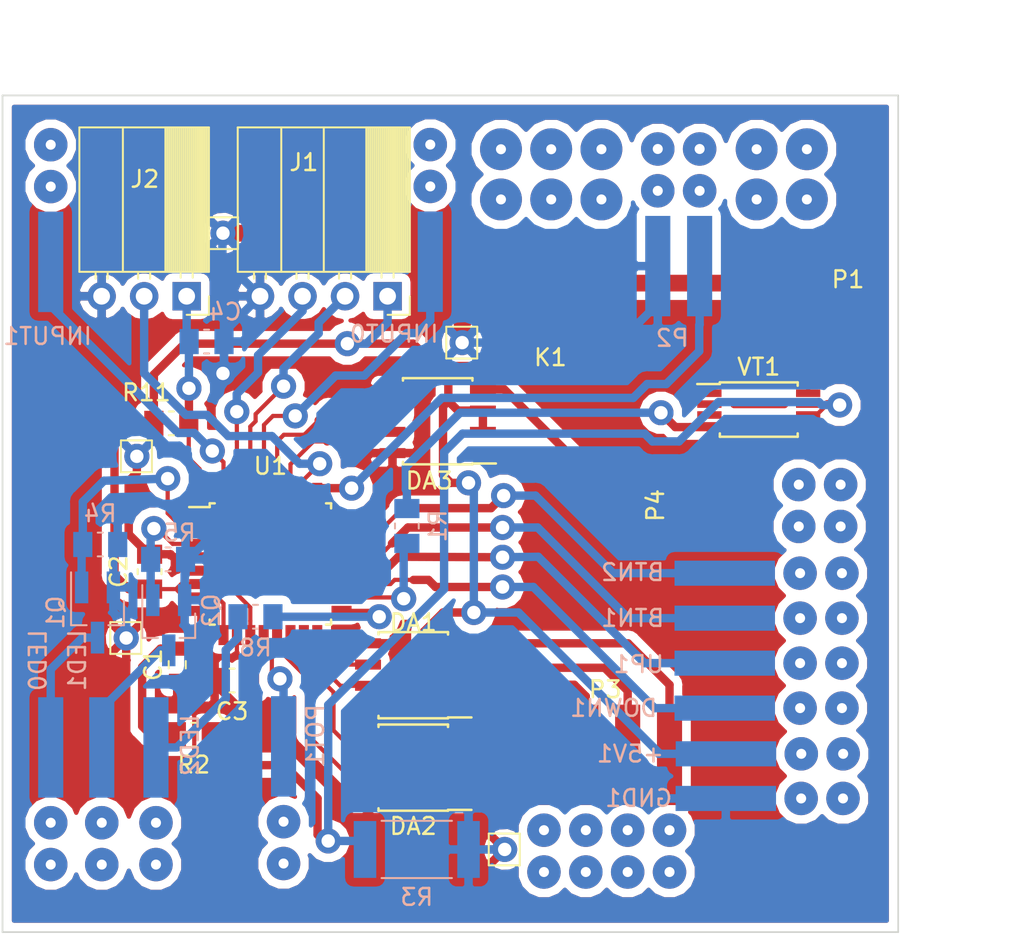
<source format=kicad_pcb>
(kicad_pcb (version 20171130) (host pcbnew 6.0.0-rc1-unknown)
  (layers (0 F.Cu signal) (31 B.Cu signal) (34 B.Paste user) (35 F.Paste user) (36 B.SilkS user) (37 F.SilkS user) (38 B.Mask user) (39 F.Mask user) (44 Edge.Cuts user))
  (net 0 "")
  (net 1 +12V)
  (net 2 +5V)
  (net 3 /PB0)
  (net 4 /PB1)
  (net 5 /PB2)
  (net 6 /PB3)
  (net 7 /PB4)
  (net 8 /PC3)
  (net 9 /PC4)
  (net 10 /PC5)
  (net 11 /PD2)
  (net 12 /PD3)
  (net 13 GND)
  (net 14 /PF4)
  (net 15 /PB5)
  (net 16 /NRST)
  (net 17 "Net-(DA1-Pad4)")
  (net 18 "Net-(DA1-Pad1)")
  (net 19 "Net-(DA2-Pad1)")
  (net 20 "Net-(DA2-Pad4)")
  (net 21 "Net-(DA3-Pad1)")
  (net 22 "Net-(DA3-Pad4)")
  (net 23 /PD5)
  (net 24 /PD6)
  (net 25 /SWIM/PD1)
  (net 26 "Net-(LED0-Pad1)")
  (net 27 "Net-(LED1-Pad1)")
  (net 28 "Net-(LED2-Pad1)")
  (net 29 "Net-(P1-Pad2)")
  (net 30 /OSC1IN)
  (net 31 /OSC2IN)
  (net 32 /PC1)
  (net 33 "Net-(R1-Pad2)")
  (net 34 "Net-(R2-Pad2)")
  (net 35 /PC2)
  (net 36 /PD4)
  (net 37 /PE5)
  (net 38 /PD0)
  (net 39 /PD7)
  (module Connector_Pin:Pin_d0.7mm_L6.5mm_W1.8mm_FlatFork (layer F.Cu) (at 187.3885 90.424)
    (fp_text reference REF** hide)
    (fp_text value Pin_d0.7mm_L6.5mm_W1.8mm_FlatFork)
    (pad 1 thru_hole circle (at 0 0) (size 1.4 1.4) (drill 0.7) (layers *.Cu *.Mask) (net 13 GND))
  )
  (module Connector_Pin:Pin_d0.7mm_L6.5mm_W1.8mm_FlatFork (layer F.Cu) (at 188.0235 79.5655)
    (fp_text reference REF** hide)
    (fp_text value Pin_d0.7mm_L6.5mm_W1.8mm_FlatFork)
    (pad 1 thru_hole circle (at 0 0) (size 1.4 1.4) (drill 0.7) (layers *.Cu *.Mask) (net 13 GND))
  )
  (module Connector_Pin:Pin_d0.7mm_L6.5mm_W1.8mm_FlatFork (layer F.Cu) (at 207.4545 72.771)
    (fp_text reference REF** hide)
    (fp_text value Pin_d0.7mm_L6.5mm_W1.8mm_FlatFork)
    (pad 1 thru_hole circle (at 0 0) (size 1.4 1.4) (drill 0.7) (layers *.Cu *.Mask) (net 13 GND))
  )
  (module Connector_Pin:Pin_d0.7mm_L6.5mm_W1.8mm_FlatFork (layer F.Cu) (at 209.9945 103.0605)
    (fp_text reference REF** hide)
    (fp_text value Pin_d0.7mm_L6.5mm_W1.8mm_FlatFork)
    (pad 1 thru_hole circle (at 0 0) (size 1.4 1.4) (drill 0.7) (layers *.Cu *.Mask) (net 13 GND))
  )
  (module Connector_Pin:Pin_d0.7mm_L6.5mm_W1.8mm_FlatFork (layer F.Cu) (at 193.167 66.2305)
    (fp_text reference REF** hide)
    (fp_text value Pin_d0.7mm_L6.5mm_W1.8mm_FlatFork)
    (pad 1 thru_hole circle (at 0 0) (size 1.4 1.4) (drill 0.7) (layers *.Cu *.Mask) (net 13 GND))
  )
  (module modules:1PIN (layer B.Cu) (at 223.211 97.3455 90)
    (fp_text reference +5V1 (at 0 -5.711 180) (layer B.SilkS) (effects (justify mirror)))
    (fp_text value CONN_1)
    (pad "" np_thru_hole circle (at 0 4.5 90) (size 2 2) (drill 0.6) (layers *.Cu *.Mask))
    (pad 1 connect rect (at 0 0 90) (size 1.5 6) (layers B.Cu B.Mask) (net 2 +5V))
    (pad "" np_thru_hole circle (at 0 7 90) (size 2 2) (drill 0.6) (layers *.Cu *.Mask))
  )
  (module modules:1PIN (layer B.Cu) (at 223.139 89.238666 90)
    (fp_text reference BTN1 (at 0 -5.5 180) (layer B.SilkS) (effects (justify mirror)))
    (fp_text value CONN_1)
    (pad "" np_thru_hole circle (at 0 4.5 90) (size 2 2) (drill 0.6) (layers *.Cu *.Mask))
    (pad 1 connect rect (at 0 0 90) (size 1.5 6) (layers B.Cu B.Mask) (net 9 /PC4))
    (pad "" np_thru_hole circle (at 0 7 90) (size 2 2) (drill 0.6) (layers *.Cu *.Mask))
  )
  (module modules:1PIN (layer B.Cu) (at 223.139 86.5505 90)
    (fp_text reference BTN2 (at 0.0505 -5.5 180) (layer B.SilkS) (effects (justify mirror)))
    (fp_text value CONN_1)
    (pad "" np_thru_hole circle (at 0 4.5 90) (size 2 2) (drill 0.6) (layers *.Cu *.Mask))
    (pad 1 connect rect (at 0 0 90) (size 1.5 6) (layers B.Cu B.Mask) (net 10 /PC5))
    (pad "" np_thru_hole circle (at 0 7 90) (size 2 2) (drill 0.6) (layers *.Cu *.Mask))
  )
  (module Capacitor_SMD:C_0603_1608Metric_Pad0.84x1.00mm_HandSolder (layer F.Cu) (at 190.4365 92.0215 270)
    (fp_text reference C1 (at 0 1.4365 270) (layer F.SilkS))
    (fp_text value 0.1u)
    (pad 2 smd rect (at 0.9625 0 270) (size 0.845 1) (layers F.Cu F.Paste F.Mask) (net 13 GND))
    (pad 1 smd rect (at -0.9625 0 270) (size 0.845 1) (layers F.Cu F.Paste F.Mask) (net 14 /PF4))
  )
  (module Capacitor_SMD:C_0805_2012Metric_Pad1.15x1.50mm_HandSolder (layer F.Cu) (at 188.7855 86.4605 90)
    (fp_text reference C2 (at 0 -1.85 90) (layer F.SilkS))
    (fp_text value 0.1u)
    (pad 2 smd rect (at 1.0425 0 90) (size 1.145 1.5) (layers F.Cu F.Paste F.Mask) (net 13 GND))
    (pad 1 smd rect (at -1.0425 0 90) (size 1.145 1.5) (layers F.Cu F.Paste F.Mask) (net 2 +5V))
  )
  (module Capacitor_SMD:C_0805_2012Metric_Pad1.15x1.50mm_HandSolder (layer F.Cu) (at 193.712 92.964 180)
    (fp_text reference C3 (at 0 -1.85 180) (layer F.SilkS))
    (fp_text value 1u)
    (pad 2 smd rect (at 1.0425 0 180) (size 1.145 1.5) (layers F.Cu F.Paste F.Mask) (net 13 GND))
    (pad 1 smd rect (at -1.0425 0 180) (size 1.145 1.5) (layers F.Cu F.Paste F.Mask) (net 15 /PB5))
  )
  (module Capacitor_SMD:C_0805_2012Metric_Pad1.15x1.50mm_HandSolder (layer B.Cu) (at 192.188 72.7075)
    (fp_text reference C4 (at 1.106 -1.778) (layer B.SilkS) (effects (justify mirror)))
    (fp_text value 0.1u)
    (pad 2 smd rect (at 1.0425 0) (size 1.145 1.5) (layers B.Cu B.Paste B.Mask) (net 13 GND))
    (pad 1 smd rect (at -1.0425 0) (size 1.145 1.5) (layers B.Cu B.Paste B.Mask) (net 16 /NRST))
  )
  (module Package_SOIC:SOIC-8_3.9x4.9mm_P1.27mm (layer F.Cu) (at 204.5335 92.6465 180)
    (fp_text reference DA1 (at 0 3.1465 180) (layer F.SilkS))
    (fp_text value L9110)
    (pad 8 smd rect (at 2.7 -1.905 180) (size 1.55 0.6) (layers F.Cu F.Paste F.Mask) (net 13 GND))
    (pad 7 smd rect (at 2.7 -0.635 180) (size 1.55 0.6) (layers F.Cu F.Paste F.Mask) (net 4 /PB1))
    (pad 6 smd rect (at 2.7 0.635 180) (size 1.55 0.6) (layers F.Cu F.Paste F.Mask) (net 3 /PB0))
    (pad 5 smd rect (at 2.7 1.905 180) (size 1.55 0.6) (layers F.Cu F.Paste F.Mask) (net 13 GND))
    (pad 4 smd rect (at -2.7 1.905 180) (size 1.55 0.6) (layers F.Cu F.Paste F.Mask) (net 17 "Net-(DA1-Pad4)"))
    (pad 3 smd rect (at -2.7 0.635 180) (size 1.55 0.6) (layers F.Cu F.Paste F.Mask) (net 2 +5V))
    (pad 2 smd rect (at -2.7 -0.635 180) (size 1.55 0.6) (layers F.Cu F.Paste F.Mask) (net 2 +5V))
    (pad 1 smd rect (at -2.7 -1.905 180) (size 1.55 0.6) (layers F.Cu F.Paste F.Mask) (net 18 "Net-(DA1-Pad1)"))
  )
  (module Package_SOIC:SOIC-8_3.9x4.9mm_P1.27mm (layer F.Cu) (at 204.5335 98.171 180)
    (fp_text reference DA2 (at 0 -3.5 180) (layer F.SilkS))
    (fp_text value L9110)
    (pad 8 smd rect (at 2.7 -1.905 180) (size 1.55 0.6) (layers F.Cu F.Paste F.Mask) (net 13 GND))
    (pad 7 smd rect (at 2.7 -0.635 180) (size 1.55 0.6) (layers F.Cu F.Paste F.Mask) (net 6 /PB3))
    (pad 6 smd rect (at 2.7 0.635 180) (size 1.55 0.6) (layers F.Cu F.Paste F.Mask) (net 5 /PB2))
    (pad 5 smd rect (at 2.7 1.905 180) (size 1.55 0.6) (layers F.Cu F.Paste F.Mask) (net 13 GND))
    (pad 4 smd rect (at -2.7 1.905 180) (size 1.55 0.6) (layers F.Cu F.Paste F.Mask) (net 20 "Net-(DA2-Pad4)"))
    (pad 3 smd rect (at -2.7 0.635 180) (size 1.55 0.6) (layers F.Cu F.Paste F.Mask) (net 2 +5V))
    (pad 2 smd rect (at -2.7 -0.635 180) (size 1.55 0.6) (layers F.Cu F.Paste F.Mask) (net 2 +5V))
    (pad 1 smd rect (at -2.7 -1.905 180) (size 1.55 0.6) (layers F.Cu F.Paste F.Mask) (net 19 "Net-(DA2-Pad1)"))
  )
  (module Package_SOIC:SOIC-8_3.9x4.9mm_P1.27mm (layer F.Cu) (at 205.994 77.47 180)
    (fp_text reference DA3 (at 0.508 -3.556 180) (layer F.SilkS))
    (fp_text value L9110)
    (pad 8 smd rect (at 2.7 -1.905 180) (size 1.55 0.6) (layers F.Cu F.Paste F.Mask) (net 13 GND))
    (pad 7 smd rect (at 2.7 -0.635 180) (size 1.55 0.6) (layers F.Cu F.Paste F.Mask) (net 11 /PD2))
    (pad 6 smd rect (at 2.7 0.635 180) (size 1.55 0.6) (layers F.Cu F.Paste F.Mask) (net 12 /PD3))
    (pad 5 smd rect (at 2.7 1.905 180) (size 1.55 0.6) (layers F.Cu F.Paste F.Mask) (net 13 GND))
    (pad 4 smd rect (at -2.7 1.905 180) (size 1.55 0.6) (layers F.Cu F.Paste F.Mask) (net 22 "Net-(DA3-Pad4)"))
    (pad 3 smd rect (at -2.7 0.635 180) (size 1.55 0.6) (layers F.Cu F.Paste F.Mask) (net 2 +5V))
    (pad 2 smd rect (at -2.7 -0.635 180) (size 1.55 0.6) (layers F.Cu F.Paste F.Mask) (net 2 +5V))
    (pad 1 smd rect (at -2.7 -1.905 180) (size 1.55 0.6) (layers F.Cu F.Paste F.Mask) (net 21 "Net-(DA3-Pad1)"))
  )
  (module modules:1PIN (layer B.Cu) (at 223.139 94.615 90)
    (fp_text reference DOWN1 (at 0 -6.639 180) (layer B.SilkS) (effects (justify mirror)))
    (fp_text value CONN_1)
    (pad "" np_thru_hole circle (at 0 4.5 90) (size 2 2) (drill 0.6) (layers *.Cu *.Mask))
    (pad 1 connect rect (at 0 0 90) (size 1.5 6) (layers B.Cu B.Mask) (net 35 /PC2))
    (pad "" np_thru_hole circle (at 0 7 90) (size 2 2) (drill 0.6) (layers *.Cu *.Mask))
  )
  (module modules:1PIN (layer B.Cu) (at 223.2025 100.0125 90)
    (fp_text reference GND1 (at 0.0125 -5.2025 180) (layer B.SilkS) (effects (justify mirror)))
    (fp_text value CONN_1)
    (pad "" np_thru_hole circle (at 0 4.5 90) (size 2 2) (drill 0.6) (layers *.Cu *.Mask))
    (pad 1 connect rect (at 0 0 90) (size 1.5 6) (layers B.Cu B.Mask) (net 13 GND))
    (pad "" np_thru_hole circle (at 0 7 90) (size 2 2) (drill 0.6) (layers *.Cu *.Mask))
  )
  (module Connector_PinSocket_2.54mm:PinSocket_1x04_P2.54mm_Horizontal (layer F.Cu) (at 203 70 270)
    (fp_text reference J1 (at -8 5) (layer F.SilkS))
    (fp_text value USART)
    (pad 4 thru_hole oval (at 0 7.62 270) (size 1.7 1.7) (drill 1) (layers *.Cu *.Mask) (net 13 GND))
    (pad 3 thru_hole oval (at 0 5.08 270) (size 1.7 1.7) (drill 1) (layers *.Cu *.Mask) (net 24 /PD6))
    (pad 2 thru_hole oval (at 0 2.54 270) (size 1.7 1.7) (drill 1) (layers *.Cu *.Mask) (net 23 /PD5))
    (pad 1 thru_hole rect (at 0 0 270) (size 1.7 1.7) (drill 1) (layers *.Cu *.Mask) (net 2 +5V))
  )
  (module Connector_PinSocket_2.54mm:PinSocket_1x03_P2.54mm_Horizontal (layer F.Cu) (at 191 70 270)
    (fp_text reference J2 (at -7 2.5) (layer F.SilkS))
    (fp_text value SWIM)
    (pad 3 thru_hole oval (at 0 5.08 270) (size 1.7 1.7) (drill 1) (layers *.Cu *.Mask) (net 13 GND))
    (pad 2 thru_hole oval (at 0 2.54 270) (size 1.7 1.7) (drill 1) (layers *.Cu *.Mask) (net 25 /SWIM/PD1))
    (pad 1 thru_hole rect (at 0 0 270) (size 1.7 1.7) (drill 1) (layers *.Cu *.Mask) (net 16 /NRST))
  )
  (module modules:3PIN_Pwr (layer F.Cu) (at 212.773 69.215)
    (fp_text reference K1 (at -0.048 4.445) (layer F.SilkS))
    (fp_text value POWER)
    (pad "" np_thru_hole circle (at 3 -5) (size 2.5 2.5) (drill 0.6) (layers *.Cu *.Mask))
    (pad "" np_thru_hole circle (at 3 -8) (size 2.5 2.5) (drill 0.6) (layers *.Cu *.Mask))
    (pad 3 connect rect (at 3 0) (size 2 6) (layers F.Cu F.Mask) (net 1 +12V))
    (pad 1 connect rect (at -3 0) (size 2 6) (layers F.Cu F.Mask) (net 13 GND))
    (pad "" np_thru_hole circle (at -3 -8) (size 2.5 2.5) (drill 0.6) (layers *.Cu *.Mask))
    (pad 2 connect rect (at 0 0) (size 2 6) (layers F.Cu F.Mask) (net 2 +5V))
    (pad "" np_thru_hole circle (at -3 -5) (size 2.5 2.5) (drill 0.6) (layers *.Cu *.Mask))
    (pad "" np_thru_hole circle (at 0 -8) (size 2.5 2.5) (drill 0.6) (layers *.Cu *.Mask))
    (pad "" np_thru_hole circle (at 0 -5) (size 2.5 2.5) (drill 0.6) (layers *.Cu *.Mask))
  )
  (module modules:1PIN (layer B.Cu) (at 182.88 96.9645)
    (fp_text reference LED0 (at -0.762 -5.207 90) (layer B.SilkS) (effects (justify mirror)))
    (fp_text value CONN_1)
    (pad "" np_thru_hole circle (at 0 4.5) (size 2 2) (drill 0.6) (layers *.Cu *.Mask))
    (pad 1 connect rect (at 0 0) (size 1.5 6) (layers B.Cu B.Mask) (net 26 "Net-(LED0-Pad1)"))
    (pad "" np_thru_hole circle (at 0 7) (size 2 2) (drill 0.6) (layers *.Cu *.Mask))
  )
  (module modules:1PIN (layer B.Cu) (at 185.928 96.9645)
    (fp_text reference LED1 (at -1.4605 -5.207 90) (layer B.SilkS) (effects (justify mirror)))
    (fp_text value CONN_1)
    (pad "" np_thru_hole circle (at 0 4.5) (size 2 2) (drill 0.6) (layers *.Cu *.Mask))
    (pad 1 connect rect (at 0 0) (size 1.5 6) (layers B.Cu B.Mask) (net 27 "Net-(LED1-Pad1)"))
    (pad "" np_thru_hole circle (at 0 7) (size 2 2) (drill 0.6) (layers *.Cu *.Mask))
  )
  (module modules:1PIN (layer B.Cu) (at 189.1665 96.9645)
    (fp_text reference LED2 (at 2.032 -0.127 90) (layer B.SilkS) (effects (justify mirror)))
    (fp_text value CONN_1)
    (pad "" np_thru_hole circle (at 0 4.5) (size 2 2) (drill 0.6) (layers *.Cu *.Mask))
    (pad 1 connect rect (at 0 0) (size 1.5 6) (layers B.Cu B.Mask) (net 28 "Net-(LED2-Pad1)"))
    (pad "" np_thru_hole circle (at 0 7) (size 2 2) (drill 0.6) (layers *.Cu *.Mask))
  )
  (module modules:2PIN_Pwr (layer F.Cu) (at 226.544 69.215)
    (fp_text reference P1 (at 3.956 -0.215) (layer F.SilkS))
    (fp_text value Drill)
    (pad 1 connect rect (at -1.5 0) (size 2 6) (layers F.Cu F.Mask) (net 1 +12V))
    (pad "" np_thru_hole circle (at -1.5 -8) (size 2.5 2.5) (drill 0.6) (layers *.Cu *.Mask))
    (pad 2 connect rect (at 1.5 0) (size 2 6) (layers F.Cu F.Mask) (net 29 "Net-(P1-Pad2)"))
    (pad "" np_thru_hole circle (at -1.5 -5) (size 2.5 2.5) (drill 0.6) (layers *.Cu *.Mask))
    (pad "" np_thru_hole circle (at 1.5 -8) (size 2.5 2.5) (drill 0.6) (layers *.Cu *.Mask))
    (pad "" np_thru_hole circle (at 1.5 -5) (size 2.5 2.5) (drill 0.6) (layers *.Cu *.Mask))
  )
  (module modules:2PIN (layer B.Cu) (at 220.3885 68.199 180)
    (fp_text reference P2 (at 0.3885 -4.301 180) (layer B.SilkS) (effects (justify mirror)))
    (fp_text value DrillSW)
    (pad 1 connect rect (at -1.25 0 180) (size 1.5 6) (layers B.Cu B.Mask) (net 38 /PD0))
    (pad 2 connect rect (at 1.25 0 180) (size 1.5 6) (layers B.Cu B.Mask) (net 13 GND))
    (pad "" np_thru_hole circle (at -1.25 7 180) (size 2 2) (drill 0.6) (layers *.Cu *.Mask))
    (pad "" np_thru_hole circle (at -1.25 4.5 180) (size 2 2) (drill 0.6) (layers *.Cu *.Mask))
    (pad "" np_thru_hole circle (at 1.25 4.5 180) (size 2 2) (drill 0.6) (layers *.Cu *.Mask))
    (pad "" np_thru_hole circle (at 1.25 7 180) (size 2 2) (drill 0.6) (layers *.Cu *.Mask))
  )
  (module modules:4PIN (layer F.Cu) (at 216.0905 97.409 180)
    (fp_text reference P3 (at 0.0905 3.909 180) (layer F.SilkS))
    (fp_text value Stepper)
    (pad "" np_thru_hole circle (at -1.25 -7 180) (size 2 2) (drill 0.6) (layers *.Cu *.Mask))
    (pad "" np_thru_hole circle (at -3.75 -7 180) (size 2 2) (drill 0.6) (layers *.Cu *.Mask))
    (pad "" np_thru_hole circle (at 1.25 -7 180) (size 2 2) (drill 0.6) (layers *.Cu *.Mask))
    (pad "" np_thru_hole circle (at 3.75 -7 180) (size 2 2) (drill 0.6) (layers *.Cu *.Mask))
    (pad "" np_thru_hole circle (at 3.75 -4.5 180) (size 2 2) (drill 0.6) (layers *.Cu *.Mask))
    (pad "" np_thru_hole circle (at 1.25 -4.5 180) (size 2 2) (drill 0.6) (layers *.Cu *.Mask))
    (pad "" np_thru_hole circle (at -1.25 -4.5 180) (size 2 2) (drill 0.6) (layers *.Cu *.Mask))
    (pad 1 connect rect (at -3.75 0 180) (size 1.5 6) (layers F.Cu F.Mask) (net 17 "Net-(DA1-Pad4)"))
    (pad 2 connect rect (at -1.25 0 180) (size 1.5 6) (layers F.Cu F.Mask) (net 18 "Net-(DA1-Pad1)"))
    (pad 3 connect rect (at 1.25 0 180) (size 1.5 6) (layers F.Cu F.Mask) (net 20 "Net-(DA2-Pad4)"))
    (pad 4 connect rect (at 3.75 0 180) (size 1.5 6) (layers F.Cu F.Mask) (net 19 "Net-(DA2-Pad1)"))
    (pad "" np_thru_hole circle (at -3.75 -4.5 180) (size 2 2) (drill 0.6) (layers *.Cu *.Mask))
  )
  (module modules:2PIN (layer F.Cu) (at 223.0605 82.5065 270)
    (fp_text reference P4 (at -0.0065 4.0605 270) (layer F.SilkS))
    (fp_text value Slide)
    (pad 1 connect rect (at -1.25 0 270) (size 1.5 6) (layers F.Cu F.Mask) (net 22 "Net-(DA3-Pad4)"))
    (pad 2 connect rect (at 1.25 0 270) (size 1.5 6) (layers F.Cu F.Mask) (net 21 "Net-(DA3-Pad1)"))
    (pad "" np_thru_hole circle (at -1.25 -7 270) (size 2 2) (drill 0.6) (layers *.Cu *.Mask))
    (pad "" np_thru_hole circle (at -1.25 -4.5 270) (size 2 2) (drill 0.6) (layers *.Cu *.Mask))
    (pad "" np_thru_hole circle (at 1.25 -4.5 270) (size 2 2) (drill 0.6) (layers *.Cu *.Mask))
    (pad "" np_thru_hole circle (at 1.25 -7 270) (size 2 2) (drill 0.6) (layers *.Cu *.Mask))
  )
  (module modules:1PIN (layer B.Cu) (at 196.7865 96.901)
    (fp_text reference POT1 (at 1.905 -0.635 90) (layer B.SilkS) (effects (justify mirror)))
    (fp_text value CONN_1)
    (pad "" np_thru_hole circle (at 0 4.5) (size 2 2) (drill 0.6) (layers *.Cu *.Mask))
    (pad 1 connect rect (at 0 0) (size 1.5 6) (layers B.Cu B.Mask) (net 7 /PB4))
    (pad "" np_thru_hole circle (at 0 7) (size 2 2) (drill 0.6) (layers *.Cu *.Mask))
  )
  (module Package_TO_SOT_SMD:SOT-23_Handsoldering (layer B.Cu) (at 185.674 88.9 270)
    (fp_text reference Q1 (at 0 2.5 270) (layer B.SilkS) (effects (justify mirror)))
    (fp_text value IRML2502)
    (pad 3 smd rect (at 1.5 0 270) (size 1.9 0.8) (layers B.Cu B.Paste B.Mask) (net 26 "Net-(LED0-Pad1)"))
    (pad 2 smd rect (at -1.5 -0.95 270) (size 1.9 0.8) (layers B.Cu B.Paste B.Mask) (net 13 GND))
    (pad 1 smd rect (at -1.5 0.95 270) (size 1.9 0.8) (layers B.Cu B.Paste B.Mask) (net 30 /OSC1IN))
  )
  (module Package_TO_SOT_SMD:SOT-23_Handsoldering (layer B.Cu) (at 189.9285 89.662 270)
    (fp_text reference Q2 (at -0.889 -2.54 270) (layer B.SilkS) (effects (justify mirror)))
    (fp_text value IRML2502)
    (pad 3 smd rect (at 1.5 0 270) (size 1.9 0.8) (layers B.Cu B.Paste B.Mask) (net 27 "Net-(LED1-Pad1)"))
    (pad 2 smd rect (at -1.5 -0.95 270) (size 1.9 0.8) (layers B.Cu B.Paste B.Mask) (net 13 GND))
    (pad 1 smd rect (at -1.5 0.95 270) (size 1.9 0.8) (layers B.Cu B.Paste B.Mask) (net 31 /OSC2IN))
  )
  (module Resistor_SMD:R_0805_2012Metric_Pad1.15x1.50mm_HandSolder (layer B.Cu) (at 204.1525 83.73 90)
    (fp_text reference R1 (at 0 1.85 90) (layer B.SilkS) (effects (justify mirror)))
    (fp_text value 1k)
    (pad 2 smd rect (at 1.0425 0 90) (size 1.145 1.5) (layers B.Cu B.Paste B.Mask) (net 33 "Net-(R1-Pad2)"))
    (pad 1 smd rect (at -1.0425 0 90) (size 1.145 1.5) (layers B.Cu B.Paste B.Mask) (net 32 /PC1))
  )
  (module Resistor_SMD:R_0805_2012Metric_Pad1.15x1.50mm_HandSolder (layer F.Cu) (at 191.426 96.2025)
    (fp_text reference R2 (at 0 1.7975) (layer F.SilkS))
    (fp_text value 1k)
    (pad 2 smd rect (at 1.0425 0) (size 1.145 1.5) (layers F.Cu F.Paste F.Mask) (net 34 "Net-(R2-Pad2)"))
    (pad 1 smd rect (at -1.0425 0) (size 1.145 1.5) (layers F.Cu F.Paste F.Mask) (net 14 /PF4))
  )
  (module Resistor_SMD:R_2512_6332Metric_Pad1.34x3.40mm_HandSolder (layer B.Cu) (at 204.743 103.0605)
    (fp_text reference R3 (at 0 2.85) (layer B.SilkS) (effects (justify mirror)))
    (fp_text value 0.33R)
    (pad 2 smd rect (at 3.0925 0) (size 1.345 3.4) (layers B.Cu B.Paste B.Mask) (net 13 GND))
    (pad 1 smd rect (at -3.0925 0) (size 1.345 3.4) (layers B.Cu B.Paste B.Mask) (net 34 "Net-(R2-Pad2)"))
  )
  (module Resistor_SMD:R_0805_2012Metric_Pad1.15x1.50mm_HandSolder (layer B.Cu) (at 185.838 84.836 180)
    (fp_text reference R4 (at 0 1.85 180) (layer B.SilkS) (effects (justify mirror)))
    (fp_text value 10k)
    (pad 2 smd rect (at 1.0425 0 180) (size 1.145 1.5) (layers B.Cu B.Paste B.Mask) (net 30 /OSC1IN))
    (pad 1 smd rect (at -1.0425 0 180) (size 1.145 1.5) (layers B.Cu B.Paste B.Mask) (net 13 GND))
  )
  (module Resistor_SMD:R_0805_2012Metric_Pad1.15x1.50mm_HandSolder (layer B.Cu) (at 189.8915 85.725 180)
    (fp_text reference R5 (at -0.672 1.5875 180) (layer B.SilkS) (effects (justify mirror)))
    (fp_text value 10k)
    (pad 2 smd rect (at 1.0425 0 180) (size 1.145 1.5) (layers B.Cu B.Paste B.Mask) (net 31 /OSC2IN))
    (pad 1 smd rect (at -1.0425 0 180) (size 1.145 1.5) (layers B.Cu B.Paste B.Mask) (net 13 GND))
  )
  (module Resistor_SMD:R_0805_2012Metric_Pad1.15x1.50mm_HandSolder (layer B.Cu) (at 195.109 89.154)
    (fp_text reference R8 (at 0 1.85) (layer B.SilkS) (effects (justify mirror)))
    (fp_text value 510)
    (pad 2 smd rect (at 1.0425 0) (size 1.145 1.5) (layers B.Cu B.Paste B.Mask) (net 37 /PE5))
    (pad 1 smd rect (at -1.0425 0) (size 1.145 1.5) (layers B.Cu B.Paste B.Mask) (net 28 "Net-(LED2-Pad1)"))
  )
  (module Resistor_SMD:R_0805_2012Metric_Pad1.15x1.50mm_HandSolder (layer F.Cu) (at 190.082 77.597 180)
    (fp_text reference R11 (at 1.487 1.8415 180) (layer F.SilkS))
    (fp_text value 10k)
    (pad 2 smd rect (at 1.0425 0 180) (size 1.145 1.5) (layers F.Cu F.Paste F.Mask) (net 2 +5V))
    (pad 1 smd rect (at -1.0425 0 180) (size 1.145 1.5) (layers F.Cu F.Paste F.Mask) (net 16 /NRST))
  )
  (module Package_QFP:LQFP-32_7x7mm_P0.8mm (layer F.Cu) (at 196 86)
    (fp_text reference U1 (at 0 -5.85) (layer F.SilkS))
    (fp_text value STM8S105K4T6C)
    (pad 32 smd rect (at -2.8 -4.25 90) (size 1.2 0.6) (layers F.Cu F.Paste F.Mask) (net 39 /PD7))
    (pad 31 smd rect (at -2 -4.25 90) (size 1.2 0.6) (layers F.Cu F.Paste F.Mask) (net 24 /PD6))
    (pad 30 smd rect (at -1.2 -4.25 90) (size 1.2 0.6) (layers F.Cu F.Paste F.Mask) (net 23 /PD5))
    (pad 29 smd rect (at -0.4 -4.25 90) (size 1.2 0.6) (layers F.Cu F.Paste F.Mask) (net 36 /PD4))
    (pad 28 smd rect (at 0.4 -4.25 90) (size 1.2 0.6) (layers F.Cu F.Paste F.Mask) (net 12 /PD3))
    (pad 27 smd rect (at 1.2 -4.25 90) (size 1.2 0.6) (layers F.Cu F.Paste F.Mask) (net 11 /PD2))
    (pad 26 smd rect (at 2 -4.25 90) (size 1.2 0.6) (layers F.Cu F.Paste F.Mask) (net 25 /SWIM/PD1))
    (pad 25 smd rect (at 2.8 -4.25 90) (size 1.2 0.6) (layers F.Cu F.Paste F.Mask) (net 38 /PD0))
    (pad 24 smd rect (at 4.25 -2.8) (size 1.2 0.6) (layers F.Cu F.Paste F.Mask))
    (pad 23 smd rect (at 4.25 -2) (size 1.2 0.6) (layers F.Cu F.Paste F.Mask))
    (pad 22 smd rect (at 4.25 -1.2) (size 1.2 0.6) (layers F.Cu F.Paste F.Mask) (net 10 /PC5))
    (pad 21 smd rect (at 4.25 -0.4) (size 1.2 0.6) (layers F.Cu F.Paste F.Mask) (net 9 /PC4))
    (pad 20 smd rect (at 4.25 0.4) (size 1.2 0.6) (layers F.Cu F.Paste F.Mask) (net 8 /PC3))
    (pad 19 smd rect (at 4.25 1.2) (size 1.2 0.6) (layers F.Cu F.Paste F.Mask) (net 35 /PC2))
    (pad 18 smd rect (at 4.25 2) (size 1.2 0.6) (layers F.Cu F.Paste F.Mask) (net 32 /PC1))
    (pad 17 smd rect (at 4.25 2.8) (size 1.2 0.6) (layers F.Cu F.Paste F.Mask) (net 37 /PE5))
    (pad 16 smd rect (at 2.8 4.25 90) (size 1.2 0.6) (layers F.Cu F.Paste F.Mask) (net 3 /PB0))
    (pad 15 smd rect (at 2 4.25 90) (size 1.2 0.6) (layers F.Cu F.Paste F.Mask) (net 4 /PB1))
    (pad 14 smd rect (at 1.2 4.25 90) (size 1.2 0.6) (layers F.Cu F.Paste F.Mask) (net 5 /PB2))
    (pad 13 smd rect (at 0.4 4.25 90) (size 1.2 0.6) (layers F.Cu F.Paste F.Mask) (net 6 /PB3))
    (pad 12 smd rect (at -0.4 4.25 90) (size 1.2 0.6) (layers F.Cu F.Paste F.Mask) (net 7 /PB4))
    (pad 11 smd rect (at -1.2 4.25 90) (size 1.2 0.6) (layers F.Cu F.Paste F.Mask) (net 15 /PB5))
    (pad 10 smd rect (at -2 4.25 90) (size 1.2 0.6) (layers F.Cu F.Paste F.Mask) (net 13 GND))
    (pad 9 smd rect (at -2.8 4.25 90) (size 1.2 0.6) (layers F.Cu F.Paste F.Mask) (net 2 +5V))
    (pad 8 smd rect (at -4.25 2.8) (size 1.2 0.6) (layers F.Cu F.Paste F.Mask) (net 14 /PF4))
    (pad 7 smd rect (at -4.25 2) (size 1.2 0.6) (layers F.Cu F.Paste F.Mask) (net 2 +5V))
    (pad 6 smd rect (at -4.25 1.2) (size 1.2 0.6) (layers F.Cu F.Paste F.Mask) (net 2 +5V))
    (pad 5 smd rect (at -4.25 0.4) (size 1.2 0.6) (layers F.Cu F.Paste F.Mask) (net 15 /PB5))
    (pad 4 smd rect (at -4.25 -0.4) (size 1.2 0.6) (layers F.Cu F.Paste F.Mask) (net 13 GND))
    (pad 3 smd rect (at -4.25 -1.2) (size 1.2 0.6) (layers F.Cu F.Paste F.Mask) (net 31 /OSC2IN))
    (pad 2 smd rect (at -4.25 -2) (size 1.2 0.6) (layers F.Cu F.Paste F.Mask) (net 30 /OSC1IN))
    (pad 1 smd rect (at -4.25 -2.8) (size 1.2 0.6) (layers F.Cu F.Paste F.Mask) (net 16 /NRST))
  )
  (module modules:1PIN (layer B.Cu) (at 223.139 91.926832 90)
    (fp_text reference UP1 (at -0.073168 -5.139 180) (layer B.SilkS) (effects (justify mirror)))
    (fp_text value CONN_1)
    (pad "" np_thru_hole circle (at 0 4.5 90) (size 2 2) (drill 0.6) (layers *.Cu *.Mask))
    (pad 1 connect rect (at 0 0 90) (size 1.5 6) (layers B.Cu B.Mask) (net 8 /PC3))
    (pad "" np_thru_hole circle (at 0 7 90) (size 2 2) (drill 0.6) (layers *.Cu *.Mask))
  )
  (module Package_SSOP:TSSOP-8_4.4x3mm_P0.65mm (layer F.Cu) (at 225.171 76.7715)
    (fp_text reference VT1 (at 0 -2.55) (layer F.SilkS))
    (fp_text value S8205A)
    (pad 8 smd rect (at 2.95 -0.975) (size 1.45 0.45) (layers F.Cu F.Paste F.Mask) (net 29 "Net-(P1-Pad2)"))
    (pad 7 smd rect (at 2.95 -0.325) (size 1.45 0.45) (layers F.Cu F.Paste F.Mask) (net 34 "Net-(R2-Pad2)"))
    (pad 6 smd rect (at 2.95 0.325) (size 1.45 0.45) (layers F.Cu F.Paste F.Mask) (net 34 "Net-(R2-Pad2)"))
    (pad 5 smd rect (at 2.95 0.975) (size 1.45 0.45) (layers F.Cu F.Paste F.Mask) (net 33 "Net-(R1-Pad2)"))
    (pad 4 smd rect (at -2.95 0.975) (size 1.45 0.45) (layers F.Cu F.Paste F.Mask) (net 33 "Net-(R1-Pad2)"))
    (pad 3 smd rect (at -2.95 0.325) (size 1.45 0.45) (layers F.Cu F.Paste F.Mask) (net 34 "Net-(R2-Pad2)"))
    (pad 2 smd rect (at -2.95 -0.325) (size 1.45 0.45) (layers F.Cu F.Paste F.Mask) (net 34 "Net-(R2-Pad2)"))
    (pad 1 smd rect (at -2.95 -0.975) (size 1.45 0.45) (layers F.Cu F.Paste F.Mask) (net 29 "Net-(P1-Pad2)"))
  )
  (module modules:1PIN (layer B.Cu) (at 205.5495 67.9365 180)
    (fp_text reference INPUT0 (at 2.159 -4.318) (layer B.SilkS) (effects (justify mirror)))
    (fp_text value CONN_1)
    (pad "" np_thru_hole circle (at 0 7 180) (size 2 2) (drill 0.6) (layers *.Cu *.Mask))
    (pad 1 connect rect (at 0 0 180) (size 1.5 6) (layers B.Cu B.Mask) (net 36 /PD4))
    (pad "" np_thru_hole circle (at 0 4.5 180) (size 2 2) (drill 0.6) (layers *.Cu *.Mask))
  )
  (module modules:1PIN (layer B.Cu) (at 182.88 67.945 180)
    (fp_text reference INPUT1 (at 0.1905 -4.445 180) (layer B.SilkS) (effects (justify mirror)))
    (fp_text value CONN_1)
    (pad "" np_thru_hole circle (at 0 4.5 180) (size 2 2) (drill 0.6) (layers *.Cu *.Mask))
    (pad 1 connect rect (at 0 0 180) (size 1.5 6) (layers B.Cu B.Mask) (net 39 /PD7))
    (pad "" np_thru_hole circle (at 0 7 180) (size 2 2) (drill 0.6) (layers *.Cu *.Mask))
  )
  (gr_line (start 180 108) (end 180 58) (layer Edge.Cuts) (width 0.1))
  (gr_line (start 233.5 108) (end 180 108) (layer Edge.Cuts) (width 0.1))
  (gr_line (start 233.5 58) (end 233.5 108) (layer Edge.Cuts) (width 0.1))
  (gr_line (start 180 58) (end 233.5 58) (layer Edge.Cuts) (width 0.1))
  (segment (start 217.273 69.215) (end 225.044 69.215) (width 1) (layer F.Cu) (net 1))
  (segment (start 215.773 69.215) (end 217.273 69.215) (width 1) (layer F.Cu) (net 1))
  (segment (start 188.7855 87.503) (end 190.373 87.503) (width 0.25) (layer F.Cu) (net 2))
  (segment (start 190.676 87.2) (end 191.75 87.2) (width 0.25) (layer F.Cu) (net 2))
  (segment (start 190.373 87.503) (end 190.676 87.2) (width 0.25) (layer F.Cu) (net 2))
  (segment (start 190.87 88) (end 191.75 88) (width 0.25) (layer F.Cu) (net 2))
  (segment (start 190.373 87.503) (end 190.87 88) (width 0.25) (layer F.Cu) (net 2))
  (segment (start 191.75 88) (end 192.8385 88) (width 0.25) (layer F.Cu) (net 2))
  (segment (start 193.2 88.3615) (end 193.2 90.25) (width 0.25) (layer F.Cu) (net 2))
  (segment (start 192.8385 88) (end 193.2 88.3615) (width 0.25) (layer F.Cu) (net 2))
  (segment (start 186.69 78.874) (end 187.967 77.597) (width 0.5) (layer F.Cu) (net 2))
  (segment (start 186.69 86.6575) (end 186.69 78.874) (width 0.5) (layer F.Cu) (net 2))
  (segment (start 187.967 77.597) (end 189.0395 77.597) (width 0.5) (layer F.Cu) (net 2))
  (segment (start 188.7855 87.503) (end 187.5355 87.503) (width 0.5) (layer F.Cu) (net 2))
  (segment (start 187.5355 87.503) (end 186.69 86.6575) (width 0.5) (layer F.Cu) (net 2))
  (segment (start 189.0395 77.597) (end 189.0395 76.347) (width 0.5) (layer F.Cu) (net 2))
  (segment (start 189.0395 76.347) (end 189.0395 75.175498) (width 0.5) (layer F.Cu) (net 2))
  (segment (start 189.0395 75.175498) (end 189.0395 74.676) (width 0.5) (layer F.Cu) (net 2))
  (via (at 200.5965 72.8345) (size 1.5) (drill 0.8) (layers F.Cu B.Cu) (net 2))
  (segment (start 189.0395 74.676) (end 190.881 72.8345) (width 0.5) (layer F.Cu) (net 2))
  (segment (start 190.881 72.8345) (end 200.5965 72.8345) (width 0.5) (layer F.Cu) (net 2))
  (segment (start 200.5965 72.8345) (end 201.7395 72.8345) (width 0.5) (layer B.Cu) (net 2))
  (segment (start 203 71.574) (end 203 70) (width 0.5) (layer B.Cu) (net 2))
  (segment (start 201.7395 72.8345) (end 203 71.574) (width 0.5) (layer B.Cu) (net 2))
  (segment (start 207.2335 97.536) (end 207.2335 98.806) (width 0.5) (layer F.Cu) (net 2))
  (segment (start 207.2335 92.0115) (end 207.2335 93.2815) (width 0.5) (layer F.Cu) (net 2))
  (segment (start 205.9585 97.536) (end 205.1685 96.746) (width 0.5) (layer F.Cu) (net 2))
  (segment (start 207.2335 97.536) (end 205.9585 97.536) (width 0.5) (layer F.Cu) (net 2))
  (segment (start 205.1685 96.746) (end 205.1685 93.9165) (width 0.5) (layer F.Cu) (net 2))
  (segment (start 205.8035 93.2815) (end 207.2335 93.2815) (width 0.5) (layer F.Cu) (net 2))
  (segment (start 205.1685 93.9165) (end 205.8035 93.2815) (width 0.5) (layer F.Cu) (net 2))
  (segment (start 208.694 76.835) (end 208.694 78.105) (width 0.5) (layer F.Cu) (net 2))
  (segment (start 206.629 74.93) (end 206.629 76.2635) (width 0.5) (layer F.Cu) (net 2))
  (segment (start 207.2005 76.835) (end 208.694 76.835) (width 0.5) (layer F.Cu) (net 2))
  (segment (start 206.629 76.2635) (end 207.2005 76.835) (width 0.5) (layer F.Cu) (net 2))
  (segment (start 200.5965 72.8345) (end 204.5335 72.8345) (width 0.5) (layer F.Cu) (net 2))
  (segment (start 205.867 74.168) (end 211.328 74.168) (width 0.5) (layer F.Cu) (net 2))
  (segment (start 205.867 74.168) (end 206.629 74.93) (width 0.5) (layer F.Cu) (net 2))
  (segment (start 204.5335 72.8345) (end 205.867 74.168) (width 0.5) (layer F.Cu) (net 2))
  (segment (start 212.773 72.723) (end 212.773 69.215) (width 0.5) (layer F.Cu) (net 2))
  (segment (start 211.328 74.168) (end 212.773 72.723) (width 0.5) (layer F.Cu) (net 2))
  (segment (start 223.211 97.3455) (end 219.202 97.3455) (width 0.5) (layer B.Cu) (net 2))
  (segment (start 219.202 97.3455) (end 219.202 97.282) (width 0.5) (layer B.Cu) (net 2))
  (via (at 208.153 88.9) (size 1.5) (drill 0.8) (layers F.Cu B.Cu) (net 2))
  (segment (start 219.202 97.282) (end 210.82 88.9) (width 0.5) (layer B.Cu) (net 2))
  (segment (start 210.82 88.9) (end 208.153 88.9) (width 0.5) (layer B.Cu) (net 2))
  (segment (start 208.153 88.9) (end 206.3115 88.9) (width 0.5) (layer F.Cu) (net 2))
  (segment (start 205.1685 90.043) (end 205.1685 93.9165) (width 0.5) (layer F.Cu) (net 2))
  (segment (start 206.3115 88.9) (end 205.1685 90.043) (width 0.5) (layer F.Cu) (net 2))
  (via (at 207.8355 81.153) (size 1.5) (drill 0.8) (layers F.Cu B.Cu) (net 2))
  (segment (start 208.153 88.9) (end 208.153 81.4705) (width 0.5) (layer B.Cu) (net 2))
  (segment (start 208.153 81.4705) (end 207.8355 81.153) (width 0.5) (layer B.Cu) (net 2))
  (segment (start 206.77484 81.153) (end 206.3115 80.68966) (width 0.5) (layer F.Cu) (net 2))
  (segment (start 207.8355 81.153) (end 206.77484 81.153) (width 0.5) (layer F.Cu) (net 2))
  (segment (start 206.3115 76.581) (end 206.629 76.2635) (width 0.5) (layer F.Cu) (net 2))
  (segment (start 206.3115 80.68966) (end 206.3115 76.581) (width 0.5) (layer F.Cu) (net 2))
  (segment (start 200.8085 92.0115) (end 201.8335 92.0115) (width 0.25) (layer F.Cu) (net 3))
  (segment (start 198.8 91.1) (end 199.7115 92.0115) (width 0.25) (layer F.Cu) (net 3))
  (segment (start 199.7115 92.0115) (end 200.8085 92.0115) (width 0.25) (layer F.Cu) (net 3))
  (segment (start 198.8 90.25) (end 198.8 91.1) (width 0.25) (layer F.Cu) (net 3))
  (segment (start 200.8085 93.2815) (end 201.8335 93.2815) (width 0.25) (layer F.Cu) (net 4))
  (segment (start 200.1815 93.2815) (end 200.8085 93.2815) (width 0.25) (layer F.Cu) (net 4))
  (segment (start 198 91.1) (end 200.1815 93.2815) (width 0.25) (layer F.Cu) (net 4))
  (segment (start 198 90.25) (end 198 91.1) (width 0.25) (layer F.Cu) (net 4))
  (segment (start 197.2 91.1) (end 198.683 92.583) (width 0.25) (layer F.Cu) (net 5))
  (segment (start 197.2 90.25) (end 197.2 91.1) (width 0.25) (layer F.Cu) (net 5))
  (segment (start 198.683 92.583) (end 198.6915 92.583) (width 0.25) (layer F.Cu) (net 5))
  (segment (start 198.6915 92.583) (end 199.771 93.6625) (width 0.25) (layer F.Cu) (net 5))
  (segment (start 199.771 95.9485) (end 201.3585 97.536) (width 0.25) (layer F.Cu) (net 5))
  (segment (start 201.3585 97.536) (end 201.8335 97.536) (width 0.25) (layer F.Cu) (net 5))
  (segment (start 199.771 93.6625) (end 199.771 95.9485) (width 0.25) (layer F.Cu) (net 5))
  (segment (start 196.4 91.00712) (end 196.4 90.25) (width 0.25) (layer F.Cu) (net 6))
  (segment (start 198.1835 92.79062) (end 196.4 91.00712) (width 0.25) (layer F.Cu) (net 6))
  (segment (start 198.1835 96.181) (end 198.1835 92.79062) (width 0.25) (layer F.Cu) (net 6))
  (segment (start 200.8085 98.806) (end 198.1835 96.181) (width 0.25) (layer F.Cu) (net 6))
  (segment (start 201.8335 98.806) (end 200.8085 98.806) (width 0.25) (layer F.Cu) (net 6))
  (segment (start 195.6 91.1) (end 196.088 91.588) (width 0.25) (layer F.Cu) (net 7))
  (segment (start 195.6 90.25) (end 195.6 91.1) (width 0.25) (layer F.Cu) (net 7))
  (via (at 196.571004 92.861996) (size 1.5) (drill 0.8) (layers F.Cu B.Cu) (net 7))
  (segment (start 196.088 91.588) (end 196.088 92.378992) (width 0.25) (layer F.Cu) (net 7))
  (segment (start 196.088 92.378992) (end 196.571004 92.861996) (width 0.25) (layer F.Cu) (net 7))
  (segment (start 196.7865 93.077492) (end 196.571004 92.861996) (width 0.5) (layer B.Cu) (net 7))
  (segment (start 196.7865 96.901) (end 196.7865 93.077492) (width 0.5) (layer B.Cu) (net 7))
  (segment (start 200.25 86.4) (end 202.819 86.4) (width 0.25) (layer F.Cu) (net 8))
  (segment (start 218.355332 91.926832) (end 223.139 91.926832) (width 0.5) (layer B.Cu) (net 8))
  (segment (start 209.8675 85.598) (end 203.648997 85.570003) (width 0.5) (layer F.Cu) (net 8))
  (segment (start 203.621 85.598) (end 202.819 86.4) (width 0.5) (layer F.Cu) (net 8))
  (segment (start 203.648997 85.570003) (end 203.621 85.598) (width 0.5) (layer F.Cu) (net 8))
  (via (at 209.8675 85.598) (size 1.5) (drill 0.8) (layers F.Cu B.Cu) (net 8))
  (segment (start 209.8675 85.598) (end 211.998503 85.570003) (width 0.5) (layer B.Cu) (net 8))
  (segment (start 211.998503 85.570003) (end 218.355332 91.926832) (width 0.5) (layer B.Cu) (net 8))
  (segment (start 202.8825 85.1555) (end 202.438 85.6) (width 0.25) (layer F.Cu) (net 9))
  (segment (start 202.8825 85.1535) (end 202.8825 85.1555) (width 0.25) (layer F.Cu) (net 9))
  (segment (start 202.438 85.6) (end 200.25 85.6) (width 0.25) (layer F.Cu) (net 9))
  (segment (start 202.8825 85.1535) (end 203.2635 84.7725) (width 0.25) (layer F.Cu) (net 9))
  (segment (start 217.381666 89.238666) (end 223.139 89.238666) (width 0.5) (layer B.Cu) (net 9))
  (segment (start 211.963 83.82) (end 217.381666 89.238666) (width 0.5) (layer B.Cu) (net 9))
  (segment (start 209.8675 83.82) (end 211.963 83.82) (width 0.5) (layer B.Cu) (net 9))
  (segment (start 204.216 83.82) (end 203.2635 84.7725) (width 0.5) (layer F.Cu) (net 9))
  (via (at 209.8675 83.82) (size 1.5) (drill 0.8) (layers F.Cu B.Cu) (net 9))
  (segment (start 209.8675 83.82) (end 204.216 83.82) (width 0.5) (layer F.Cu) (net 9))
  (segment (start 200.25 84.8) (end 201.7755 84.8) (width 0.25) (layer F.Cu) (net 10))
  (segment (start 201.7755 84.8) (end 203.835 82.7405) (width 0.25) (layer F.Cu) (net 10))
  (segment (start 216.4715 86.5505) (end 223.139 86.5505) (width 0.5) (layer B.Cu) (net 10))
  (via (at 209.931 81.915) (size 1.5) (drill 0.8) (layers F.Cu B.Cu) (net 10))
  (segment (start 211.836 81.915) (end 216.4715 86.5505) (width 0.5) (layer B.Cu) (net 10))
  (segment (start 209.931 81.915) (end 211.836 81.915) (width 0.5) (layer B.Cu) (net 10))
  (segment (start 203.910501 82.664999) (end 203.835 82.7405) (width 0.5) (layer F.Cu) (net 10))
  (segment (start 209.181001 82.664999) (end 203.910501 82.664999) (width 0.5) (layer F.Cu) (net 10))
  (segment (start 209.931 81.915) (end 209.181001 82.664999) (width 0.5) (layer F.Cu) (net 10))
  (segment (start 197.2 81.75) (end 197.2 80.041) (width 0.25) (layer F.Cu) (net 11))
  (segment (start 197.2 80.041) (end 198.5645 78.6765) (width 0.25) (layer F.Cu) (net 11))
  (segment (start 198.5645 78.6765) (end 199.39 78.6765) (width 0.25) (layer F.Cu) (net 11))
  (segment (start 199.39 78.6765) (end 199.39 78.613) (width 0.5) (layer F.Cu) (net 11))
  (segment (start 199.898 78.105) (end 203.294 78.105) (width 0.5) (layer F.Cu) (net 11))
  (segment (start 199.39 78.613) (end 199.898 78.105) (width 0.5) (layer F.Cu) (net 11))
  (segment (start 196.4 80.9) (end 196.4055 80.8945) (width 0.25) (layer F.Cu) (net 12))
  (segment (start 196.4 81.75) (end 196.4 80.9) (width 0.25) (layer F.Cu) (net 12))
  (segment (start 196.4055 80.8945) (end 196.4055 78.6765) (width 0.25) (layer F.Cu) (net 12))
  (segment (start 196.804499 78.277501) (end 197.947499 78.277501) (width 0.25) (layer F.Cu) (net 12))
  (segment (start 196.4055 78.6765) (end 196.804499 78.277501) (width 0.25) (layer F.Cu) (net 12))
  (segment (start 198.025001 78.277501) (end 198.882 77.420502) (width 0.25) (layer F.Cu) (net 12))
  (segment (start 197.947499 78.277501) (end 198.025001 78.277501) (width 0.25) (layer F.Cu) (net 12))
  (segment (start 199.467502 76.835) (end 203.294 76.835) (width 0.5) (layer F.Cu) (net 12))
  (segment (start 198.882 77.420502) (end 199.467502 76.835) (width 0.5) (layer F.Cu) (net 12))
  (segment (start 193.2305 72.1495) (end 195.38 70) (width 0.5) (layer B.Cu) (net 13))
  (segment (start 193.2305 72.7075) (end 193.2305 72.1495) (width 0.5) (layer B.Cu) (net 13))
  (segment (start 190.9 85.6) (end 191.75 85.6) (width 0.25) (layer F.Cu) (net 13))
  (segment (start 189.7855 85.418) (end 189.9675 85.6) (width 0.25) (layer F.Cu) (net 13))
  (segment (start 188.7855 85.418) (end 189.7855 85.418) (width 0.25) (layer F.Cu) (net 13))
  (segment (start 192.6695 91.964) (end 193.003 91.6305) (width 0.25) (layer F.Cu) (net 13))
  (segment (start 192.6695 92.964) (end 192.6695 91.964) (width 0.25) (layer F.Cu) (net 13))
  (segment (start 193.003 91.6305) (end 193.7385 91.6305) (width 0.25) (layer F.Cu) (net 13))
  (segment (start 194 91.369) (end 194 90.25) (width 0.25) (layer F.Cu) (net 13))
  (segment (start 193.7385 91.6305) (end 194 91.369) (width 0.25) (layer F.Cu) (net 13))
  (segment (start 185.92 70) (end 185.92 67.953) (width 0.5) (layer B.Cu) (net 13))
  (segment (start 185.92 67.953) (end 186.817 67.056) (width 0.5) (layer B.Cu) (net 13))
  (segment (start 186.817 67.056) (end 192.436 67.056) (width 0.5) (layer B.Cu) (net 13))
  (segment (start 192.6495 92.984) (end 192.6695 92.964) (width 0.5) (layer F.Cu) (net 13))
  (segment (start 186.624 85.0925) (end 186.8805 84.836) (width 0.5) (layer B.Cu) (net 13))
  (segment (start 186.624 87.4) (end 186.624 85.0925) (width 0.5) (layer B.Cu) (net 13))
  (segment (start 190.8785 85.7805) (end 190.934 85.725) (width 0.5) (layer B.Cu) (net 13))
  (segment (start 190.8785 88.162) (end 190.8785 85.7805) (width 0.5) (layer B.Cu) (net 13))
  (segment (start 201.8335 100.076) (end 203.1085 100.076) (width 0.5) (layer F.Cu) (net 13))
  (segment (start 203.1085 90.7415) (end 201.8335 90.7415) (width 0.5) (layer F.Cu) (net 13))
  (segment (start 204.0255 91.6585) (end 203.1085 90.7415) (width 0.5) (layer F.Cu) (net 13))
  (segment (start 203.1085 94.5515) (end 204.0255 94.5515) (width 0.5) (layer F.Cu) (net 13))
  (segment (start 201.8335 94.5515) (end 203.1085 94.5515) (width 0.5) (layer F.Cu) (net 13))
  (segment (start 204.0255 94.5515) (end 204.0255 91.6585) (width 0.5) (layer F.Cu) (net 13))
  (segment (start 203.1085 96.266) (end 204.0255 96.266) (width 0.5) (layer F.Cu) (net 13))
  (segment (start 201.8335 96.266) (end 203.1085 96.266) (width 0.5) (layer F.Cu) (net 13))
  (segment (start 204.0255 99.159) (end 204.0255 96.266) (width 0.5) (layer F.Cu) (net 13))
  (segment (start 204.0255 96.266) (end 204.0255 94.5515) (width 0.5) (layer F.Cu) (net 13))
  (segment (start 204.569 75.565) (end 203.294 75.565) (width 0.5) (layer F.Cu) (net 13))
  (segment (start 204.978 75.974) (end 204.569 75.565) (width 0.5) (layer F.Cu) (net 13))
  (segment (start 204.978 78.994) (end 204.978 75.974) (width 0.5) (layer F.Cu) (net 13))
  (segment (start 204.597 79.375) (end 204.978 78.994) (width 0.5) (layer F.Cu) (net 13))
  (segment (start 203.294 79.375) (end 204.597 79.375) (width 0.5) (layer F.Cu) (net 13))
  (segment (start 219.7025 100.0125) (end 223.2025 100.0125) (width 0.5) (layer B.Cu) (net 13))
  (segment (start 208.6835 100.0125) (end 219.7025 100.0125) (width 0.5) (layer B.Cu) (net 13))
  (segment (start 207.8355 100.8605) (end 208.6835 100.0125) (width 0.5) (layer B.Cu) (net 13))
  (segment (start 207.8355 103.0605) (end 207.8355 100.8605) (width 0.5) (layer B.Cu) (net 13))
  (via (at 193.167 74.6125) (size 1.5) (drill 0.8) (layers F.Cu B.Cu) (net 13))
  (segment (start 193.2305 72.7075) (end 193.2305 74.549) (width 0.5) (layer B.Cu) (net 13))
  (segment (start 193.2305 74.549) (end 193.167 74.6125) (width 0.5) (layer B.Cu) (net 13))
  (segment (start 194.22766 74.6125) (end 194.92616 73.914) (width 0.5) (layer F.Cu) (net 13))
  (segment (start 193.167 74.6125) (end 194.22766 74.6125) (width 0.5) (layer F.Cu) (net 13))
  (segment (start 195.096661 74.084501) (end 198.671501 74.084501) (width 0.5) (layer F.Cu) (net 13))
  (segment (start 194.92616 73.914) (end 195.096661 74.084501) (width 0.5) (layer F.Cu) (net 13))
  (segment (start 200.152 75.565) (end 203.294 75.565) (width 0.5) (layer F.Cu) (net 13))
  (segment (start 198.671501 74.084501) (end 200.152 75.565) (width 0.5) (layer F.Cu) (net 13))
  (via (at 193.167 66.2305) (size 1.5) (drill 0.8) (layers F.Cu B.Cu) (net 13))
  (segment (start 193.1345 67.7545) (end 193.1345 66.263) (width 0.5) (layer B.Cu) (net 13))
  (segment (start 193.1345 66.263) (end 193.167 66.2305) (width 0.5) (layer B.Cu) (net 13))
  (segment (start 193.1345 67.7545) (end 195.38 70) (width 0.5) (layer B.Cu) (net 13))
  (segment (start 192.436 67.056) (end 193.1345 67.7545) (width 0.5) (layer B.Cu) (net 13))
  (segment (start 186.624 87.4) (end 186.624 88.1355) (width 0.5) (layer B.Cu) (net 13))
  (via (at 187.3885 90.424) (size 1.5) (drill 0.8) (layers F.Cu B.Cu) (net 13))
  (segment (start 186.624 88.1355) (end 187.3885 88.9) (width 0.5) (layer B.Cu) (net 13))
  (segment (start 187.3885 88.9) (end 187.3885 90.424) (width 0.5) (layer B.Cu) (net 13))
  (via (at 209.9945 103.0605) (size 1.5) (drill 0.8) (layers F.Cu B.Cu) (net 13))
  (segment (start 207.8355 103.0605) (end 209.9945 103.0605) (width 0.5) (layer B.Cu) (net 13))
  (segment (start 207.038 103.0605) (end 203.581 99.6035) (width 0.5) (layer F.Cu) (net 13))
  (segment (start 203.1085 100.076) (end 203.581 99.6035) (width 0.5) (layer F.Cu) (net 13))
  (segment (start 209.9945 103.0605) (end 207.038 103.0605) (width 0.5) (layer F.Cu) (net 13))
  (segment (start 203.581 99.6035) (end 204.0255 99.159) (width 0.5) (layer F.Cu) (net 13))
  (segment (start 192.6695 93.1415) (end 192.6695 92.964) (width 0.5) (layer F.Cu) (net 13))
  (segment (start 194.143 94.615) (end 192.6695 93.1415) (width 0.5) (layer F.Cu) (net 13))
  (segment (start 195.0975 94.615) (end 194.143 94.615) (width 0.5) (layer F.Cu) (net 13))
  (segment (start 200.5585 100.076) (end 195.0975 94.615) (width 0.5) (layer F.Cu) (net 13))
  (segment (start 201.8335 100.076) (end 200.5585 100.076) (width 0.5) (layer F.Cu) (net 13))
  (segment (start 187.3885 90.424) (end 187.3885 96.774) (width 0.5) (layer F.Cu) (net 13))
  (segment (start 187.3885 96.774) (end 190.9445 100.33) (width 0.5) (layer F.Cu) (net 13))
  (segment (start 191.4525 100.2665) (end 191.389 100.33) (width 0.25) (layer F.Cu) (net 13))
  (segment (start 191.4525 92.984) (end 191.4525 100.2665) (width 0.25) (layer F.Cu) (net 13))
  (segment (start 190.9445 100.33) (end 191.389 100.33) (width 0.5) (layer F.Cu) (net 13))
  (segment (start 191.4525 92.984) (end 192.6495 92.984) (width 0.5) (layer F.Cu) (net 13))
  (segment (start 190.4365 92.984) (end 191.4525 92.984) (width 0.5) (layer F.Cu) (net 13))
  (via (at 207.4545 72.771) (size 1.5) (drill 0.8) (layers F.Cu B.Cu) (net 13))
  (segment (start 219.1385 70.449) (end 219.1385 68.199) (width 0.5) (layer B.Cu) (net 13))
  (segment (start 216.8165 72.771) (end 219.1385 70.449) (width 0.5) (layer B.Cu) (net 13))
  (segment (start 207.4545 72.771) (end 216.8165 72.771) (width 0.5) (layer B.Cu) (net 13))
  (segment (start 194.156949 66.2305) (end 193.167 66.2305) (width 1) (layer F.Cu) (net 13))
  (segment (start 204.7885 66.2305) (end 194.156949 66.2305) (width 1) (layer F.Cu) (net 13))
  (segment (start 207.773 69.215) (end 204.7885 66.2305) (width 1) (layer F.Cu) (net 13))
  (segment (start 209.773 69.215) (end 207.773 69.215) (width 1) (layer F.Cu) (net 13))
  (segment (start 207.4545 71.5335) (end 209.773 69.215) (width 1) (layer F.Cu) (net 13))
  (segment (start 207.4545 72.771) (end 207.4545 71.5335) (width 1) (layer F.Cu) (net 13))
  (segment (start 187.535499 81.04345) (end 187.535499 84.220999) (width 0.5) (layer F.Cu) (net 13))
  (segment (start 188.7325 85.418) (end 188.7855 85.418) (width 0.5) (layer F.Cu) (net 13))
  (segment (start 188.0235 80.555449) (end 187.535499 81.04345) (width 0.5) (layer F.Cu) (net 13))
  (segment (start 187.535499 84.220999) (end 188.7325 85.418) (width 0.5) (layer F.Cu) (net 13))
  (segment (start 188.0235 79.5655) (end 188.0235 80.555449) (width 0.5) (layer F.Cu) (net 13))
  (segment (start 190.5635 78.9305) (end 189.611 78.9305) (width 0.5) (layer B.Cu) (net 13))
  (via (at 188.0235 79.5655) (size 1.5) (drill 0.8) (layers F.Cu B.Cu) (net 13))
  (segment (start 192.151 80.9625) (end 192.151 84.655) (width 0.5) (layer B.Cu) (net 13))
  (segment (start 192.151 80.9625) (end 191.0715 79.883) (width 0.5) (layer B.Cu) (net 13))
  (segment (start 189.0395 78.5495) (end 188.0235 79.5655) (width 0.5) (layer B.Cu) (net 13))
  (segment (start 192.151 84.655) (end 191.1245 85.6815) (width 0.5) (layer B.Cu) (net 13))
  (segment (start 191.0715 79.883) (end 191.0715 79.4385) (width 0.5) (layer B.Cu) (net 13))
  (segment (start 189.611 78.9305) (end 189.23 78.5495) (width 0.5) (layer B.Cu) (net 13))
  (segment (start 191.0715 79.4385) (end 190.5635 78.9305) (width 0.5) (layer B.Cu) (net 13))
  (segment (start 189.23 78.5495) (end 189.0395 78.5495) (width 0.5) (layer B.Cu) (net 13))
  (segment (start 190.0355 85.418) (end 190.0555 85.438) (width 0.5) (layer F.Cu) (net 13))
  (segment (start 188.7855 85.418) (end 190.0355 85.418) (width 0.5) (layer F.Cu) (net 13))
  (segment (start 190.2175 85.6) (end 190.0355 85.418) (width 0.5) (layer F.Cu) (net 13))
  (segment (start 190.627 85.6) (end 190.2175 85.6) (width 0.5) (layer F.Cu) (net 13))
  (segment (start 190.627 85.6) (end 190.9 85.6) (width 0.25) (layer F.Cu) (net 13))
  (segment (start 189.9675 85.6) (end 190.627 85.6) (width 0.25) (layer F.Cu) (net 13))
  (segment (start 191.75 89.35) (end 191.75 88.8) (width 0.25) (layer F.Cu) (net 14))
  (segment (start 191.75 90.4955) (end 191.75 89.35) (width 0.25) (layer F.Cu) (net 14))
  (segment (start 191.1865 91.059) (end 191.75 90.4955) (width 0.25) (layer F.Cu) (net 14))
  (segment (start 190.4365 91.059) (end 191.1865 91.059) (width 0.25) (layer F.Cu) (net 14))
  (segment (start 188.341 95.6945) (end 188.849 96.2025) (width 0.5) (layer F.Cu) (net 14))
  (segment (start 188.341 92.1545) (end 188.341 95.6945) (width 0.5) (layer F.Cu) (net 14))
  (segment (start 188.849 96.2025) (end 190.3835 96.2025) (width 0.5) (layer F.Cu) (net 14))
  (segment (start 190.4365 91.059) (end 189.4365 91.059) (width 0.5) (layer F.Cu) (net 14))
  (segment (start 189.4365 91.059) (end 188.341 92.1545) (width 0.5) (layer F.Cu) (net 14))
  (segment (start 194.8 89.4) (end 194.8 90.25) (width 0.25) (layer F.Cu) (net 15))
  (segment (start 194.8 88.6) (end 194.8 89.4) (width 0.25) (layer F.Cu) (net 15))
  (segment (start 192.6 86.4) (end 194.8 88.6) (width 0.25) (layer F.Cu) (net 15))
  (segment (start 191.75 86.4) (end 192.6 86.4) (width 0.25) (layer F.Cu) (net 15))
  (segment (start 194.8 92.9185) (end 194.7545 92.964) (width 0.25) (layer F.Cu) (net 15))
  (segment (start 194.8 90.25) (end 194.8 92.9185) (width 0.25) (layer F.Cu) (net 15))
  (segment (start 191 72.562) (end 191.1455 72.7075) (width 0.5) (layer B.Cu) (net 16))
  (segment (start 191 70) (end 191 72.562) (width 0.5) (layer B.Cu) (net 16))
  (segment (start 191.135 75.5015) (end 191.135 72.718) (width 0.5) (layer B.Cu) (net 16))
  (segment (start 191.135 72.718) (end 191.1455 72.7075) (width 0.5) (layer B.Cu) (net 16))
  (via (at 191.135 75.5015) (size 1.5) (drill 0.8) (layers F.Cu B.Cu) (net 16))
  (segment (start 191.135 77.5335) (end 191.135 75.5015) (width 0.5) (layer F.Cu) (net 16))
  (segment (start 191.75 82.65) (end 191.77 82.63) (width 0.25) (layer F.Cu) (net 16))
  (segment (start 191.75 83.2) (end 191.75 82.65) (width 0.25) (layer F.Cu) (net 16))
  (segment (start 191.1245 79.682) (end 191.77 80.3275) (width 0.25) (layer F.Cu) (net 16))
  (segment (start 191.1245 77.597) (end 191.1245 79.682) (width 0.25) (layer F.Cu) (net 16))
  (segment (start 191.77 82.63) (end 191.77 80.3275) (width 0.25) (layer F.Cu) (net 16))
  (segment (start 207.2335 90.7415) (end 217.3605 90.7415) (width 0.5) (layer F.Cu) (net 17))
  (segment (start 219.8405 93.2215) (end 219.8405 97.409) (width 0.5) (layer F.Cu) (net 17))
  (segment (start 217.3605 90.7415) (end 219.8405 93.2215) (width 0.5) (layer F.Cu) (net 17))
  (segment (start 208.5085 94.5515) (end 207.2335 94.5515) (width 0.5) (layer F.Cu) (net 18))
  (segment (start 215.9635 92.202) (end 210.858 92.202) (width 0.5) (layer F.Cu) (net 18))
  (segment (start 217.3405 93.579) (end 215.9635 92.202) (width 0.5) (layer F.Cu) (net 18))
  (segment (start 210.858 92.202) (end 208.5085 94.5515) (width 0.5) (layer F.Cu) (net 18))
  (segment (start 217.3405 97.409) (end 217.3405 93.579) (width 0.5) (layer F.Cu) (net 18))
  (segment (start 207.2335 100.076) (end 208.5085 100.076) (width 0.5) (layer F.Cu) (net 19))
  (segment (start 211.0905 97.409) (end 212.3405 97.409) (width 0.5) (layer F.Cu) (net 19))
  (segment (start 208.5085 99.991) (end 211.0905 97.409) (width 0.5) (layer F.Cu) (net 19))
  (segment (start 208.5085 100.076) (end 208.5085 99.991) (width 0.5) (layer F.Cu) (net 19))
  (segment (start 208.5085 96.266) (end 207.2335 96.266) (width 0.5) (layer F.Cu) (net 20))
  (segment (start 211.5565 93.218) (end 208.5085 96.266) (width 0.5) (layer F.Cu) (net 20))
  (segment (start 214.1495 93.218) (end 211.5565 93.218) (width 0.5) (layer F.Cu) (net 20))
  (segment (start 214.8405 93.909) (end 214.1495 93.218) (width 0.5) (layer F.Cu) (net 20))
  (segment (start 214.8405 97.409) (end 214.8405 93.909) (width 0.5) (layer F.Cu) (net 20))
  (segment (start 216.2565 83.7565) (end 218.821 83.7565) (width 0.5) (layer F.Cu) (net 21))
  (segment (start 218.821 83.7565) (end 223.0605 83.7565) (width 0.5) (layer F.Cu) (net 21))
  (segment (start 208.694 79.375) (end 211.875 79.375) (width 0.5) (layer F.Cu) (net 21))
  (segment (start 211.875 79.375) (end 216.2565 83.7565) (width 0.5) (layer F.Cu) (net 21))
  (segment (start 209.969 75.565) (end 208.694 75.565) (width 0.5) (layer F.Cu) (net 22))
  (segment (start 215.6605 81.2565) (end 209.969 75.565) (width 0.5) (layer F.Cu) (net 22))
  (segment (start 223.0605 81.2565) (end 215.6605 81.2565) (width 0.5) (layer F.Cu) (net 22))
  (via (at 196.7865 75.3745) (size 1.5) (drill 0.8) (layers F.Cu B.Cu) (net 23))
  (segment (start 198.882 72.21834) (end 198.882 71.578) (width 0.5) (layer B.Cu) (net 23))
  (segment (start 196.7865 75.3745) (end 196.7865 74.31384) (width 0.5) (layer B.Cu) (net 23))
  (segment (start 196.7865 74.31384) (end 198.882 72.21834) (width 0.5) (layer B.Cu) (net 23))
  (segment (start 198.882 71.578) (end 200.46 70) (width 0.5) (layer B.Cu) (net 23))
  (segment (start 195.117501 77.043499) (end 196.7865 75.3745) (width 0.25) (layer F.Cu) (net 23))
  (segment (start 195.117501 77.47) (end 195.117501 77.043499) (width 0.25) (layer F.Cu) (net 23))
  (segment (start 194.8 77.787501) (end 195.117501 77.47) (width 0.25) (layer F.Cu) (net 23))
  (segment (start 194.8 81.75) (end 194.8 77.787501) (width 0.25) (layer F.Cu) (net 23))
  (segment (start 197.92 70.8755) (end 197.92 70) (width 0.5) (layer B.Cu) (net 24))
  (segment (start 193.9925 76.8985) (end 194 78.7475) (width 0.25) (layer F.Cu) (net 24))
  (via (at 193.9925 76.8985) (size 1.5) (drill 0.8) (layers F.Cu B.Cu) (net 24))
  (segment (start 194 78.7475) (end 194 81.75) (width 0.25) (layer F.Cu) (net 24))
  (segment (start 193.9925 75.83784) (end 195.2625 74.56784) (width 0.5) (layer B.Cu) (net 24))
  (segment (start 193.9925 76.8985) (end 193.9925 75.83784) (width 0.5) (layer B.Cu) (net 24))
  (segment (start 195.2625 74.56784) (end 195.2625 73.533) (width 0.5) (layer B.Cu) (net 24))
  (segment (start 195.2625 73.533) (end 197.92 70.8755) (width 0.5) (layer B.Cu) (net 24))
  (via (at 198.9455 80.01) (size 1.5) (drill 0.8) (layers F.Cu B.Cu) (net 25))
  (segment (start 198 80.9555) (end 198.9455 80.01) (width 0.25) (layer F.Cu) (net 25))
  (segment (start 198 81.75) (end 198 80.9555) (width 0.25) (layer F.Cu) (net 25))
  (segment (start 197.739 80.01) (end 198.9455 80.01) (width 0.5) (layer B.Cu) (net 25))
  (segment (start 196.088 78.359) (end 197.739 80.01) (width 0.5) (layer B.Cu) (net 25))
  (segment (start 188.46 70) (end 188.46 74.6045) (width 0.5) (layer B.Cu) (net 25))
  (segment (start 190.9445 77.089) (end 192.2145 77.089) (width 0.5) (layer B.Cu) (net 25))
  (segment (start 192.2145 77.089) (end 193.4845 78.359) (width 0.5) (layer B.Cu) (net 25))
  (segment (start 193.4845 78.359) (end 196.088 78.359) (width 0.5) (layer B.Cu) (net 25))
  (segment (start 188.46 74.6045) (end 190.9445 77.089) (width 0.5) (layer B.Cu) (net 25))
  (segment (start 182.88 96.9645) (end 182.88 92.294) (width 0.5) (layer B.Cu) (net 26))
  (segment (start 184.774 90.4) (end 185.674 90.4) (width 0.5) (layer B.Cu) (net 26))
  (segment (start 182.88 92.294) (end 184.774 90.4) (width 0.5) (layer B.Cu) (net 26))
  (segment (start 189.417 91.162) (end 189.9285 91.162) (width 0.5) (layer B.Cu) (net 27))
  (segment (start 185.928 94.651) (end 189.417 91.162) (width 0.5) (layer B.Cu) (net 27))
  (segment (start 189.1665 96.9645) (end 190.4165 96.9645) (width 0.5) (layer B.Cu) (net 28))
  (segment (start 194.0665 90.404) (end 193.3375 91.133) (width 0.5) (layer B.Cu) (net 28))
  (segment (start 194.0665 89.154) (end 194.0665 90.404) (width 0.5) (layer B.Cu) (net 28))
  (segment (start 190.4165 96.9645) (end 193.3375 94.0435) (width 0.5) (layer B.Cu) (net 28))
  (segment (start 193.3375 91.133) (end 193.3375 94.0435) (width 0.5) (layer B.Cu) (net 28))
  (segment (start 222.221 75.3215) (end 222.676 74.8665) (width 0.25) (layer F.Cu) (net 29))
  (segment (start 222.221 75.7965) (end 222.221 75.3215) (width 0.25) (layer F.Cu) (net 29))
  (segment (start 228.121 75.3215) (end 227.793 74.9935) (width 0.25) (layer F.Cu) (net 29))
  (segment (start 228.121 75.7965) (end 228.121 75.3215) (width 0.25) (layer F.Cu) (net 29))
  (segment (start 227.666 74.8665) (end 227.793 74.9935) (width 0.5) (layer F.Cu) (net 29))
  (segment (start 222.676 74.8665) (end 227.666 74.8665) (width 0.5) (layer F.Cu) (net 29))
  (segment (start 227.666 73.093) (end 227.666 74.8665) (width 0.5) (layer F.Cu) (net 29))
  (segment (start 228.044 72.715) (end 227.666 73.093) (width 0.5) (layer F.Cu) (net 29))
  (segment (start 228.044 69.215) (end 228.044 72.715) (width 0.5) (layer F.Cu) (net 29))
  (segment (start 184.724 84.9075) (end 184.7955 84.836) (width 0.5) (layer B.Cu) (net 30))
  (segment (start 184.724 87.4) (end 184.724 84.9075) (width 0.5) (layer B.Cu) (net 30))
  (segment (start 184.7955 82.2855) (end 184.7955 84.836) (width 0.5) (layer B.Cu) (net 30))
  (segment (start 189.865 80.899) (end 189.865 82.965) (width 0.25) (layer F.Cu) (net 30))
  (segment (start 190.9 84) (end 191.75 84) (width 0.25) (layer F.Cu) (net 30))
  (segment (start 189.865 80.899) (end 186.055 81.026) (width 0.5) (layer B.Cu) (net 30))
  (via (at 189.865 80.899) (size 1.5) (drill 0.8) (layers F.Cu B.Cu) (net 30))
  (segment (start 189.865 82.965) (end 190.9 84) (width 0.25) (layer F.Cu) (net 30))
  (segment (start 186.055 81.026) (end 184.7955 82.2855) (width 0.5) (layer B.Cu) (net 30))
  (segment (start 188.849 88.0325) (end 188.9785 88.162) (width 0.5) (layer B.Cu) (net 31))
  (segment (start 188.849 85.725) (end 188.849 88.0325) (width 0.5) (layer B.Cu) (net 31))
  (segment (start 190.165002 84.8) (end 191.75 84.8) (width 0.25) (layer F.Cu) (net 31))
  (segment (start 188.7855 83.420498) (end 190.165002 84.8) (width 0.25) (layer F.Cu) (net 31))
  (via (at 189.0395 83.8835) (size 1.5) (drill 0.8) (layers F.Cu B.Cu) (net 31))
  (segment (start 189.0395 83.8835) (end 188.7855 83.420498) (width 0.25) (layer F.Cu) (net 31))
  (segment (start 188.849 84.074) (end 189.0395 83.8835) (width 0.5) (layer B.Cu) (net 31))
  (segment (start 188.849 85.725) (end 188.849 84.074) (width 0.5) (layer B.Cu) (net 31))
  (via (at 203.962 88.0745) (size 1.5) (drill 0.8) (layers F.Cu B.Cu) (net 32))
  (segment (start 203.8875 88) (end 203.962 88.0745) (width 0.25) (layer F.Cu) (net 32))
  (segment (start 200.25 88) (end 203.8875 88) (width 0.25) (layer F.Cu) (net 32))
  (segment (start 203.962 84.963) (end 204.1525 84.7725) (width 0.5) (layer B.Cu) (net 32))
  (segment (start 203.962 88.0745) (end 203.962 84.963) (width 0.5) (layer B.Cu) (net 32))
  (via (at 219.329 76.962) (size 1.5) (drill 0.8) (layers F.Cu B.Cu) (net 33))
  (segment (start 221.095999 77.821501) (end 222.221 77.821501) (width 0.5) (layer F.Cu) (net 33))
  (segment (start 220.188501 77.821501) (end 221.095999 77.821501) (width 0.5) (layer F.Cu) (net 33))
  (segment (start 219.329 76.962) (end 220.188501 77.821501) (width 0.5) (layer F.Cu) (net 33))
  (segment (start 223.196 77.7465) (end 228.121 77.7465) (width 0.25) (layer F.Cu) (net 33))
  (segment (start 222.221 77.7465) (end 223.196 77.7465) (width 0.25) (layer F.Cu) (net 33))
  (segment (start 220.1135 77.7465) (end 219.329 76.962) (width 0.25) (layer F.Cu) (net 33))
  (segment (start 222.221 77.7465) (end 220.1135 77.7465) (width 0.25) (layer F.Cu) (net 33))
  (segment (start 204.1525 81.615) (end 204.089 81.5515) (width 0.5) (layer B.Cu) (net 33))
  (segment (start 204.1525 82.6875) (end 204.1525 81.615) (width 0.5) (layer B.Cu) (net 33))
  (segment (start 204.089 81.5515) (end 204.089 80.2005) (width 0.5) (layer B.Cu) (net 33))
  (segment (start 207.3275 76.962) (end 211.5185 76.962) (width 0.5) (layer B.Cu) (net 33))
  (segment (start 204.089 80.2005) (end 207.3275 76.962) (width 0.5) (layer B.Cu) (net 33))
  (segment (start 211.5185 76.962) (end 219.329 76.962) (width 0.5) (layer B.Cu) (net 33))
  (segment (start 222.221 77.0965) (end 222.221 76.4465) (width 0.25) (layer F.Cu) (net 34))
  (segment (start 223.7105 76.4465) (end 226.695 76.4465) (width 0.5) (layer F.Cu) (net 34))
  (segment (start 223.7105 76.4465) (end 228.121 76.4465) (width 0.25) (layer F.Cu) (net 34))
  (segment (start 222.221 76.4465) (end 223.7105 76.4465) (width 0.25) (layer F.Cu) (net 34))
  (segment (start 229.2635 76.454) (end 228.621 77.0965) (width 0.25) (layer F.Cu) (net 34))
  (segment (start 228.621 77.0965) (end 228.121 77.0965) (width 0.25) (layer F.Cu) (net 34))
  (segment (start 229.1035 76.454) (end 229.2635 76.454) (width 0.25) (layer F.Cu) (net 34))
  (segment (start 229.096 76.4465) (end 229.1035 76.454) (width 0.25) (layer F.Cu) (net 34))
  (segment (start 228.121 76.4465) (end 229.096 76.4465) (width 0.25) (layer F.Cu) (net 34))
  (via (at 199.4535 102.5525) (size 1.5) (drill 0.8) (layers F.Cu B.Cu) (net 34))
  (segment (start 201.1425 102.5525) (end 201.6505 103.0605) (width 0.5) (layer B.Cu) (net 34))
  (segment (start 199.4535 102.5525) (end 201.1425 102.5525) (width 0.5) (layer B.Cu) (net 34))
  (segment (start 192.4685 96.2025) (end 192.4685 97.4525) (width 0.5) (layer F.Cu) (net 34))
  (segment (start 193.04 98.024) (end 196.83 98.024) (width 0.5) (layer F.Cu) (net 34))
  (segment (start 192.4685 97.4525) (end 193.04 98.024) (width 0.5) (layer F.Cu) (net 34))
  (segment (start 199.4535 94.4245) (end 199.4535 102.5525) (width 0.5) (layer B.Cu) (net 34))
  (segment (start 206.375 87.503) (end 199.4535 94.4245) (width 0.5) (layer B.Cu) (net 34))
  (segment (start 207.474499 78.212001) (end 206.375 79.3115) (width 0.5) (layer B.Cu) (net 34))
  (segment (start 230 76.5) (end 229.997 76.8985) (width 0.5) (layer F.Cu) (net 34))
  (via (at 230 76.5) (size 1.5) (drill 0.8) (layers F.Cu B.Cu) (net 34))
  (segment (start 229.5525 76.454) (end 229.2635 76.454) (width 0.5) (layer F.Cu) (net 34))
  (segment (start 229.997 76.8985) (end 229.5525 76.454) (width 0.5) (layer F.Cu) (net 34))
  (segment (start 206.375 79.3115) (end 206.375 87.503) (width 0.5) (layer B.Cu) (net 34))
  (segment (start 218.356501 78.212001) (end 207.474499 78.212001) (width 0.5) (layer B.Cu) (net 34))
  (segment (start 218.821 78.6765) (end 218.356501 78.212001) (width 0.5) (layer B.Cu) (net 34))
  (segment (start 228.93934 76.5) (end 228.76634 76.327) (width 0.5) (layer B.Cu) (net 34))
  (segment (start 230 76.5) (end 228.93934 76.5) (width 0.5) (layer B.Cu) (net 34))
  (segment (start 222.758 76.327) (end 220.4085 78.6765) (width 0.5) (layer B.Cu) (net 34))
  (segment (start 228.76634 76.327) (end 222.758 76.327) (width 0.5) (layer B.Cu) (net 34))
  (segment (start 218.821 78.6765) (end 220.4085 78.6765) (width 0.5) (layer B.Cu) (net 34))
  (segment (start 199.4535 102.5525) (end 199.1995 102.5525) (width 0.5) (layer F.Cu) (net 34))
  (segment (start 198.8185 102.1715) (end 198.8185 100.0125) (width 0.5) (layer F.Cu) (net 34))
  (segment (start 199.1995 102.5525) (end 198.8185 102.1715) (width 0.5) (layer F.Cu) (net 34))
  (segment (start 196.83 98.024) (end 198.8185 100.0125) (width 0.5) (layer F.Cu) (net 34))
  (segment (start 200.25 87.2) (end 203.171498 87.2) (width 0.25) (layer F.Cu) (net 35))
  (segment (start 203.421999 86.949499) (end 204.551499 86.949499) (width 0.25) (layer F.Cu) (net 35))
  (segment (start 203.171498 87.2) (end 203.421999 86.949499) (width 0.25) (layer F.Cu) (net 35))
  (segment (start 218.948 94.615) (end 223.139 94.615) (width 0.5) (layer B.Cu) (net 35))
  (segment (start 209.8675 87.376) (end 205.867 87.376) (width 0.5) (layer F.Cu) (net 35))
  (segment (start 205.440499 86.949499) (end 204.551499 86.949499) (width 0.5) (layer F.Cu) (net 35))
  (segment (start 211.709 87.376) (end 218.948 94.615) (width 0.5) (layer B.Cu) (net 35))
  (via (at 209.8675 87.376) (size 1.5) (drill 0.8) (layers F.Cu B.Cu) (net 35))
  (segment (start 205.867 87.376) (end 205.440499 86.949499) (width 0.5) (layer F.Cu) (net 35))
  (segment (start 209.8675 87.376) (end 211.709 87.376) (width 0.5) (layer B.Cu) (net 35))
  (via (at 197.485 77.1525) (size 1.5) (drill 0.8) (layers F.Cu B.Cu) (net 36))
  (segment (start 197.485 77.1525) (end 199.898 74.7395) (width 0.5) (layer B.Cu) (net 36))
  (segment (start 196.1515 77.1525) (end 197.485 77.1525) (width 0.25) (layer F.Cu) (net 36))
  (segment (start 195.617511 77.686489) (end 196.1515 77.1525) (width 0.25) (layer F.Cu) (net 36))
  (segment (start 195.6 80.9) (end 195.617511 80.882489) (width 0.25) (layer F.Cu) (net 36))
  (segment (start 195.617511 80.882489) (end 195.617511 77.686489) (width 0.25) (layer F.Cu) (net 36))
  (segment (start 195.6 81.75) (end 195.6 80.9) (width 0.25) (layer F.Cu) (net 36))
  (segment (start 204.1525 72.1995) (end 201.6125 74.7395) (width 0.5) (layer B.Cu) (net 36))
  (segment (start 199.898 74.7395) (end 201.6125 74.7395) (width 0.5) (layer B.Cu) (net 36))
  (segment (start 204.7865 72.1995) (end 204.1525 72.1995) (width 0.5) (layer B.Cu) (net 36))
  (segment (start 205.5495 71.4365) (end 204.7865 72.1995) (width 0.5) (layer B.Cu) (net 36))
  (segment (start 205.5495 67.9365) (end 205.5495 71.4365) (width 0.5) (layer B.Cu) (net 36))
  (via (at 202.5015 89.154) (size 1.5) (drill 0.8) (layers F.Cu B.Cu) (net 37))
  (segment (start 202.1475 88.8) (end 202.5015 89.154) (width 0.25) (layer F.Cu) (net 37))
  (segment (start 200.25 88.8) (end 202.1475 88.8) (width 0.25) (layer F.Cu) (net 37))
  (segment (start 196.1515 89.154) (end 202.5015 89.154) (width 0.5) (layer B.Cu) (net 37))
  (via (at 200.8505 81.4705) (size 1.5) (drill 0.8) (layers F.Cu B.Cu) (net 38))
  (segment (start 199.0795 81.4705) (end 198.8 81.75) (width 0.5) (layer F.Cu) (net 38))
  (segment (start 200.8505 81.4705) (end 199.0795 81.4705) (width 0.5) (layer F.Cu) (net 38))
  (segment (start 221.6385 71.699) (end 221.6385 68.199) (width 0.5) (layer B.Cu) (net 38))
  (segment (start 221.615 71.7225) (end 221.6385 71.699) (width 0.5) (layer B.Cu) (net 38))
  (segment (start 221.615 73.279) (end 221.615 71.7225) (width 0.5) (layer B.Cu) (net 38))
  (segment (start 219.6465 75.2475) (end 221.615 73.279) (width 0.5) (layer B.Cu) (net 38))
  (segment (start 217.678 76.073) (end 218.5035 75.2475) (width 0.5) (layer B.Cu) (net 38))
  (segment (start 206.248 76.073) (end 217.678 76.073) (width 0.5) (layer B.Cu) (net 38))
  (segment (start 218.5035 75.2475) (end 219.6465 75.2475) (width 0.5) (layer B.Cu) (net 38))
  (segment (start 200.8505 81.4705) (end 206.248 76.073) (width 0.5) (layer B.Cu) (net 38))
  (via (at 192.532 79.248) (size 1.5) (drill 0.8) (layers F.Cu B.Cu) (net 39))
  (segment (start 193.2 79.916) (end 192.532 79.248) (width 0.25) (layer F.Cu) (net 39))
  (segment (start 193.2 81.75) (end 193.2 79.916) (width 0.25) (layer F.Cu) (net 39))
  (segment (start 190.482 78.1685) (end 191.4525 78.1685) (width 0.5) (layer B.Cu) (net 39))
  (segment (start 191.4525 78.1685) (end 192.532 79.248) (width 0.5) (layer B.Cu) (net 39))
  (segment (start 182.8165 67.945) (end 182.8165 70.503) (width 0.5) (layer B.Cu) (net 39))
  (segment (start 182.8165 70.503) (end 190.482 78.1685) (width 0.5) (layer B.Cu) (net 39))
  (zone (net 13) (net_name GND) (layer F.Cu) (connect_pads (clearance 0.508)) (min_thickness 0.254) (fill yes (arc_segments 16) (thermal_gap 0.508) (thermal_bridge_width 0.508))
    (polygon (pts (xy 180.5 58.5) (xy 233 58.5) (xy 233 107.5) (xy 180.5 107.5)))
  )
  (zone (net 13) (net_name GND) (layer B.Cu) (connect_pads (clearance 0.508)) (min_thickness 0.254) (fill yes (arc_segments 16) (thermal_gap 0.508) (thermal_bridge_width 0.508))
    (polygon (pts (xy 180.5 58.5) (xy 233 58.5) (xy 233 107.5) (xy 180.5 107.5)))
  )
)
</source>
